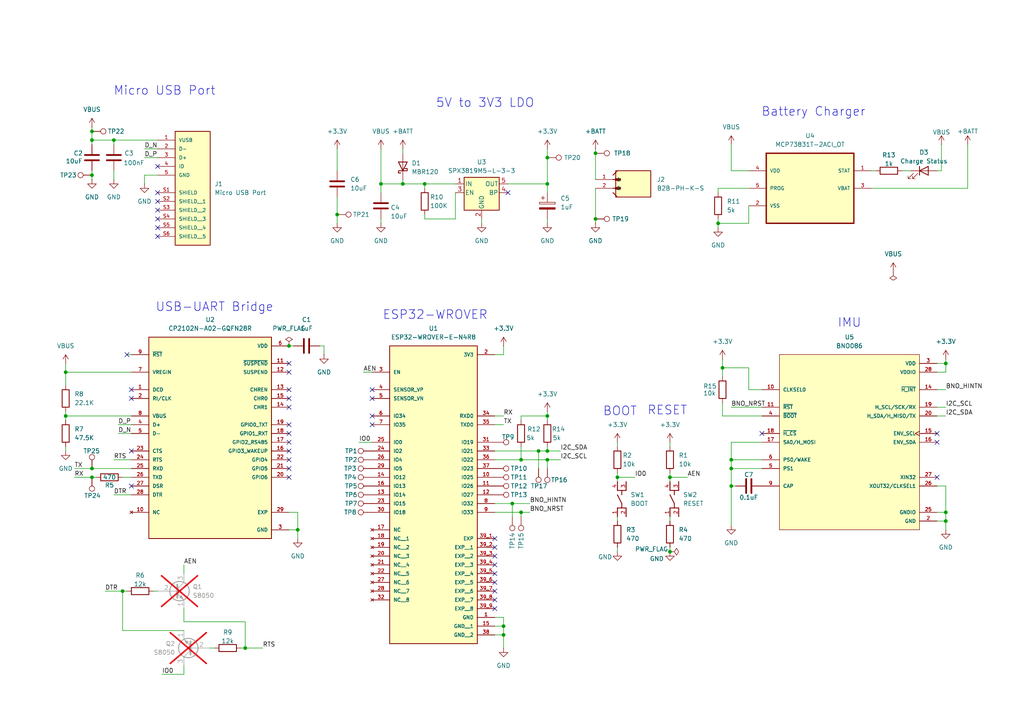
<source format=kicad_sch>
(kicad_sch (version 20250114) (generator "eeschema") (generator_version "9.0")
  (paper "A4")
  (lib_symbols
    (symbol "BNO086:BNO080" (pin_names (offset 1.016))
      (property "Reference" "U" (at -20.32 26.67 0))
      (property "Value" "BNO080" (at -20.32 -29.21 0))
      (symbol "BNO080_0_0"
        (pin input line (at -25.4 15.24 0) (length 5.08) (name "CLKSEL0") (number "10"))
        (pin input line (at -25.4 10.16 0) (length 5.08) (name "~{RST}") (number "11"))
        (pin input line (at -25.4 7.62 0) (length 5.08) (name "~{BOOT}") (number "4"))
        (pin input line (at -25.4 2.54 0) (length 5.08) (name "~{H_CS}") (number "18"))
        (pin input line (at -25.4 0 0) (length 5.08) (name "SA0/H_MOSI") (number "17"))
        (pin input line (at -25.4 -5.08 0) (length 5.08) (name "PS0/WAKE") (number "6"))
        (pin input line (at -25.4 -7.62 0) (length 5.08) (name "PS1") (number "5"))
        (pin passive line (at -25.4 -12.7 0) (length 5.08) (name "CAP") (number "9"))
        (pin power_in line (at 25.4 22.86 180) (length 5.08) (name "VDD") (number "3"))
        (pin power_in line (at 25.4 20.32 180) (length 5.08) (name "VDDIO") (number "28"))
        (pin output line (at 25.4 15.24 180) (length 5.08) (name "~{H_INT}") (number "14"))
        (pin bidirectional line (at 25.4 10.16 180) (length 5.08) (name "H_SCL/SCK/RX") (number "19"))
        (pin bidirectional line (at 25.4 7.62 180) (length 5.08) (name "H_SDA/H_MISO/TX") (number "20"))
        (pin bidirectional clock (at 25.4 2.54 180) (length 5.08) (name "ENV_SCL") (number "15"))
        (pin bidirectional line (at 25.4 0 180) (length 5.08) (name "ENV_SDA") (number "16"))
        (pin input line (at 25.4 -10.16 180) (length 5.08) (name "XIN32") (number "27"))
        (pin output line (at 25.4 -12.7 180) (length 5.08) (name "XOUT32/CLKSEL1") (number "26"))
        (pin power_in line (at 25.4 -20.32 180) (length 5.08) (name "GNDIO") (number "25"))
        (pin power_in line (at 25.4 -22.86 180) (length 5.08) (name "GND") (number "2"))
      )
    )
    (symbol "Battery_Conn:B2B-PH-K-S" (pin_names (offset 1.016))
      (property "Reference" "J" (at -5.58 5.08 0))
      (property "Value" "B2B-PH-K-S" (at -5.08 -5.08 0))
      (symbol "B2B-PH-K-S_0_0"
        (pin passive line (at -10.16 2.54 0) (length 5.08) (name "1") (number "1"))
        (pin passive line (at -10.16 0 0) (length 5.08) (name "2") (number "2"))
      )
    )
    (symbol "CP2102_28:CP2102N-A02-GQFN28R" (pin_names (offset 1.016))
      (property "Reference" "U" (at -17.78 28.702 0))
      (property "Value" "CP2102N-A02-GQFN28R" (at -17.78 -33.02 0))
      (symbol "CP2102N-A02-GQFN28R_0_0"
        (pin input line (at -22.86 22.86 0) (length 5.08) (name "~{RST}") (number "9"))
        (pin input line (at -22.86 17.78 0) (length 5.08) (name "VREGIN") (number "7"))
        (pin input line (at -22.86 12.7 0) (length 5.08) (name "DCD") (number "1"))
        (pin bidirectional line (at -22.86 10.16 0) (length 5.08) (name "RI/CLK") (number "2"))
        (pin input line (at -22.86 5.08 0) (length 5.08) (name "VBUS") (number "8"))
        (pin bidirectional line (at -22.86 2.54 0) (length 5.08) (name "D+") (number "4"))
        (pin bidirectional line (at -22.86 0 0) (length 5.08) (name "D-") (number "5"))
        (pin input line (at -22.86 -5.08 0) (length 5.08) (name "CTS") (number "23"))
        (pin output line (at -22.86 -7.62 0) (length 5.08) (name "RTS") (number "24"))
        (pin input line (at -22.86 -10.16 0) (length 5.08) (name "RXD") (number "25"))
        (pin output line (at -22.86 -12.7 0) (length 5.08) (name "TXD") (number "26"))
        (pin input line (at -22.86 -15.24 0) (length 5.08) (name "DSR") (number "27"))
        (pin output line (at -22.86 -17.78 0) (length 5.08) (name "DTR") (number "28"))
        (pin no_connect line (at -22.86 -22.86 0) (length 5.08) (name "NC") (number "10"))
        (pin power_in line (at 22.86 25.4 180) (length 5.08) (name "VDD") (number "6"))
        (pin output line (at 22.86 20.32 180) (length 5.08) (name "~{SUSPEND}") (number "11"))
        (pin output line (at 22.86 17.78 180) (length 5.08) (name "SUSPEND") (number "12"))
        (pin output line (at 22.86 12.7 180) (length 5.08) (name "CHREN") (number "13"))
        (pin output line (at 22.86 10.16 180) (length 5.08) (name "CHR0") (number "15"))
        (pin output line (at 22.86 7.62 180) (length 5.08) (name "CHR1") (number "14"))
        (pin bidirectional line (at 22.86 2.54 180) (length 5.08) (name "GPIO0_TXT") (number "19"))
        (pin bidirectional line (at 22.86 0 180) (length 5.08) (name "GPIO1_RXT") (number "18"))
        (pin bidirectional line (at 22.86 -2.54 180) (length 5.08) (name "GPIO2_RS485") (number "17"))
        (pin bidirectional line (at 22.86 -5.08 180) (length 5.08) (name "GPIO3_WAKEUP") (number "16"))
        (pin bidirectional line (at 22.86 -7.62 180) (length 5.08) (name "GPIO4") (number "22"))
        (pin bidirectional line (at 22.86 -10.16 180) (length 5.08) (name "GPIO5") (number "21"))
        (pin bidirectional line (at 22.86 -12.7 180) (length 5.08) (name "GPIO6") (number "20"))
        (pin power_in line (at 22.86 -22.86 180) (length 5.08) (name "EXP") (number "29"))
        (pin power_in line (at 22.86 -27.94 180) (length 5.08) (name "GND") (number "3"))
      )
    )
    (symbol "Connector:TestPoint" (pin_numbers (hide yes)) (pin_names (offset 0.762) (hide yes))
      (property "Reference" "TP" (at 0 6.858 0))
      (property "Value" "TestPoint" (at 0 5.08 0))
      (symbol "TestPoint_1_1"
        (pin passive line (at 0 0 90) (length 2.54) (name "1") (number "1"))
      )
    )
    (symbol "Device:C" (pin_numbers (hide yes)) (pin_names (offset 0.254))
      (property "Reference" "C" (at 0.635 2.54 0))
      (property "Value" "C" (at 0.635 -2.54 0))
      (symbol "C_1_1"
        (pin passive line (at 0 3.81 270) (length 2.794) (name "~") (number "1"))
        (pin passive line (at 0 -3.81 90) (length 2.794) (name "~") (number "2"))
      )
    )
    (symbol "Device:C_Polarized" (pin_numbers (hide yes)) (pin_names (offset 0.254))
      (property "Reference" "C" (at 0.635 2.54 0))
      (property "Value" "C_Polarized" (at 0.635 -2.54 0))
      (symbol "C_Polarized_1_1"
        (pin passive line (at 0 3.81 270) (length 2.794) (name "~") (number "1"))
        (pin passive line (at 0 -3.81 90) (length 2.794) (name "~") (number "2"))
      )
    )
    (symbol "Device:D_Schottky" (pin_numbers (hide yes)) (pin_names (offset 1.016) (hide yes))
      (property "Reference" "D" (at 0 2.54 0))
      (property "Value" "D_Schottky" (at 0 -2.54 0))
      (symbol "D_Schottky_1_1"
        (pin passive line (at -3.81 0 0) (length 2.54) (name "K") (number "1"))
        (pin passive line (at 3.81 0 180) (length 2.54) (name "A") (number "2"))
      )
    )
    (symbol "Device:LED" (pin_numbers (hide yes)) (pin_names (offset 1.016) (hide yes))
      (property "Reference" "D" (at 0 2.54 0))
      (property "Value" "LED" (at 0 -2.54 0))
      (symbol "LED_1_1"
        (pin passive line (at -3.81 0 0) (length 2.54) (name "K") (number "1"))
        (pin passive line (at 3.81 0 180) (length 2.54) (name "A") (number "2"))
      )
    )
    (symbol "Device:R" (pin_numbers (hide yes)) (pin_names (offset 0))
      (property "Reference" "R" (at 2.032 0 90))
      (property "Value" "R" (at 0 0 90))
      (symbol "R_1_1"
        (pin passive line (at 0 3.81 270) (length 1.27) (name "~") (number "1"))
        (pin passive line (at 0 -3.81 90) (length 1.27) (name "~") (number "2"))
      )
    )
    (symbol "ESP32-WROVER-E-N4R8:ESP32-WROVER-E-N4R8" (pin_names (offset 1.016))
      (property "Reference" "U" (at -12.7 30.988 0))
      (property "Value" "ESP32-WROVER-E-N4R8" (at -12.7 -58.42 0))
      (symbol "ESP32-WROVER-E-N4R8_0_0"
        (pin input line (at -17.78 22.86 0) (length 5.08) (name "EN") (number "3"))
        (pin input line (at -17.78 17.78 0) (length 5.08) (name "SENSOR_VP") (number "4"))
        (pin input line (at -17.78 15.24 0) (length 5.08) (name "SENSOR_VN") (number "5"))
        (pin input line (at -17.78 10.16 0) (length 5.08) (name "IO34") (number "6"))
        (pin input line (at -17.78 7.62 0) (length 5.08) (name "IO35") (number "7"))
        (pin bidirectional line (at -17.78 2.54 0) (length 5.08) (name "IO0") (number "25"))
        (pin bidirectional line (at -17.78 0 0) (length 5.08) (name "IO2") (number "24"))
        (pin bidirectional line (at -17.78 -2.54 0) (length 5.08) (name "IO4") (number "26"))
        (pin bidirectional line (at -17.78 -5.08 0) (length 5.08) (name "IO5") (number "29"))
        (pin bidirectional line (at -17.78 -7.62 0) (length 5.08) (name "IO12") (number "14"))
        (pin bidirectional line (at -17.78 -10.16 0) (length 5.08) (name "IO13") (number "16"))
        (pin bidirectional line (at -17.78 -12.7 0) (length 5.08) (name "IO14") (number "13"))
        (pin bidirectional line (at -17.78 -15.24 0) (length 5.08) (name "IO15") (number "23"))
        (pin bidirectional line (at -17.78 -17.78 0) (length 5.08) (name "IO18") (number "30"))
        (pin no_connect line (at -17.78 -22.86 0) (length 5.08) (name "NC") (number "17"))
        (pin no_connect line (at -17.78 -25.4 0) (length 5.08) (name "NC__1") (number "18"))
        (pin no_connect line (at -17.78 -27.94 0) (length 5.08) (name "NC__2") (number "19"))
        (pin no_connect line (at -17.78 -30.48 0) (length 5.08) (name "NC__3") (number "20"))
        (pin no_connect line (at -17.78 -33.02 0) (length 5.08) (name "NC__4") (number "21"))
        (pin no_connect line (at -17.78 -35.56 0) (length 5.08) (name "NC__5") (number "22"))
        (pin no_connect line (at -17.78 -38.1 0) (length 5.08) (name "NC__6") (number "27"))
        (pin no_connect line (at -17.78 -40.64 0) (length 5.08) (name "NC__7") (number "28"))
        (pin no_connect line (at -17.78 -43.18 0) (length 5.08) (name "NC__8") (number "32"))
        (pin power_in line (at 17.78 27.94 180) (length 5.08) (name "3V3") (number "2"))
        (pin bidirectional line (at 17.78 10.16 180) (length 5.08) (name "RXD0") (number "34"))
        (pin bidirectional line (at 17.78 7.62 180) (length 5.08) (name "TXD0") (number "35"))
        (pin bidirectional line (at 17.78 2.54 180) (length 5.08) (name "IO19") (number "31"))
        (pin bidirectional line (at 17.78 0 180) (length 5.08) (name "IO21") (number "33"))
        (pin bidirectional line (at 17.78 -2.54 180) (length 5.08) (name "IO22") (number "36"))
        (pin bidirectional line (at 17.78 -5.08 180) (length 5.08) (name "IO23") (number "37"))
        (pin bidirectional line (at 17.78 -7.62 180) (length 5.08) (name "IO25") (number "10"))
        (pin bidirectional line (at 17.78 -10.16 180) (length 5.08) (name "IO26") (number "11"))
        (pin bidirectional line (at 17.78 -12.7 180) (length 5.08) (name "IO27") (number "12"))
        (pin bidirectional line (at 17.78 -15.24 180) (length 5.08) (name "IO32") (number "8"))
        (pin bidirectional line (at 17.78 -17.78 180) (length 5.08) (name "IO33") (number "9"))
        (pin power_in line (at 17.78 -25.4 180) (length 5.08) (name "EXP") (number "39_1"))
        (pin power_in line (at 17.78 -27.94 180) (length 5.08) (name "EXP__1") (number "39_2"))
        (pin power_in line (at 17.78 -30.48 180) (length 5.08) (name "EXP__2") (number "39_3"))
        (pin power_in line (at 17.78 -33.02 180) (length 5.08) (name "EXP__3") (number "39_4"))
        (pin power_in line (at 17.78 -35.56 180) (length 5.08) (name "EXP__4") (number "39_5"))
        (pin power_in line (at 17.78 -38.1 180) (length 5.08) (name "EXP__5") (number "39_6"))
        (pin power_in line (at 17.78 -40.64 180) (length 5.08) (name "EXP__6") (number "39_7"))
        (pin power_in line (at 17.78 -43.18 180) (length 5.08) (name "EXP__7") (number "39_8"))
        (pin power_in line (at 17.78 -45.72 180) (length 5.08) (name "EXP__8") (number "39_9"))
        (pin power_in line (at 17.78 -48.26 180) (length 5.08) (name "GND") (number "1"))
        (pin power_in line (at 17.78 -50.8 180) (length 5.08) (name "GND__1") (number "15"))
        (pin power_in line (at 17.78 -53.34 180) (length 5.08) (name "GND__2") (number "38"))
      )
    )
    (symbol "MCP73831-2ACI_OT:MCP73831T-2ACI_OT" (pin_names (offset 1.016))
      (property "Reference" "U" (at -4.1227 10.0778 0))
      (property "Value" "MCP73831T-2ACI_OT" (at -5.9526 -17.1963 0))
      (symbol "MCP73831T-2ACI_OT_0_0"
        (pin power_in line (at -17.78 2.54 0) (length 5.08) (name "VDD") (number "4"))
        (pin input line (at -17.78 -2.54 0) (length 5.08) (name "PROG") (number "5"))
        (pin power_in line (at -17.78 -7.62 0) (length 5.08) (name "VSS") (number "2"))
        (pin output line (at 17.78 2.54 180) (length 5.08) (name "STAT") (number "1"))
        (pin output line (at 17.78 -2.54 180) (length 5.08) (name "VBAT") (number "3"))
      )
    )
    (symbol "PTS810_Btn:PTS810_SJM_250_SMTR_LFS" (pin_names (offset 1.016))
      (property "Reference" "SW" (at -3.81 1.27 0))
      (property "Value" "PTS810_SJM_250_SMTR_LFS" (at -5.08 -6.35 0))
      (symbol "PTS810_SJM_250_SMTR_LFS_0_0"
        (pin passive line (at -5.08 0 0) (length 2.54) (name "~") (number "1"))
        (pin passive line (at -5.08 -2.54 0) (length 2.54) (name "~") (number "2"))
        (pin passive line (at 5.08 0 180) (length 2.54) (name "~") (number "4"))
        (pin passive line (at 5.08 -2.54 180) (length 2.54) (name "~") (number "3"))
      )
    )
    (symbol "Regulator_Linear:SPX3819M5-L-3-3" (pin_names (offset 0.254))
      (property "Reference" "U" (at -3.81 5.715 0))
      (property "Value" "SPX3819M5-L-3-3" (at 0 5.715 0))
      (symbol "SPX3819M5-L-3-3_1_1"
        (pin power_in line (at -7.62 2.54 0) (length 2.54) (name "IN") (number "1"))
        (pin input line (at -7.62 0 0) (length 2.54) (name "EN") (number "3"))
        (pin power_in line (at 0 -7.62 90) (length 2.54) (name "GND") (number "2"))
        (pin power_out line (at 7.62 2.54 180) (length 2.54) (name "OUT") (number "5"))
        (pin input line (at 7.62 0 180) (length 2.54) (name "BP") (number "4"))
      )
    )
    (symbol "Transistor_BJT:S8050" (pin_names (offset 0) (hide yes))
      (property "Reference" "Q" (at 5.08 1.905 0))
      (property "Value" "S8050" (at 5.08 0 0))
      (symbol "S8050_1_1"
        (pin input line (at -5.08 0 0) (length 5.08) (name "B") (number "2"))
        (pin passive line (at 2.54 5.08 270) (length 2.54) (name "C") (number "3"))
        (pin passive line (at 2.54 -5.08 90) (length 2.54) (name "E") (number "1"))
      )
    )
    (symbol "USB2_B_Micro_:10118193-0001LF" (pin_names (offset 1.016))
      (property "Reference" "J" (at -5.0817 10.9286 0))
      (property "Value" "10118193-0001LF" (at -5.0819 -25.4097 0))
      (symbol "10118193-0001LF_0_0"
        (pin passive line (at -10.16 7.62 0) (length 5.08) (name "VUSB") (number "1"))
        (pin passive line (at -10.16 5.08 0) (length 5.08) (name "D-") (number "2"))
        (pin passive line (at -10.16 2.54 0) (length 5.08) (name "D+") (number "3"))
        (pin passive line (at -10.16 0 0) (length 5.08) (name "ID") (number "4"))
        (pin passive line (at -10.16 -2.54 0) (length 5.08) (name "GND") (number "5"))
        (pin passive line (at -10.16 -7.62 0) (length 5.08) (name "SHIELD") (number "S1"))
        (pin passive line (at -10.16 -10.16 0) (length 5.08) (name "SHIELD__1") (number "S2"))
        (pin passive line (at -10.16 -12.7 0) (length 5.08) (name "SHIELD__2") (number "S3"))
        (pin passive line (at -10.16 -15.24 0) (length 5.08) (name "SHIELD__3") (number "S4"))
        (pin passive line (at -10.16 -17.78 0) (length 5.08) (name "SHIELD__4") (number "S5"))
        (pin passive line (at -10.16 -20.32 0) (length 5.08) (name "SHIELD__5") (number "S6"))
      )
    )
    (symbol "power:+3.3V" (power) (pin_numbers (hide yes)) (pin_names (offset 0) (hide yes))
      (property "Value" "+3.3V" (at 0 3.556 0))
      (symbol "+3.3V_1_1"
        (pin power_in line (at 0 0 90) (length 0) (name "~") (number "1"))
      )
    )
    (symbol "power:+BATT" (power) (pin_numbers (hide yes)) (pin_names (offset 0) (hide yes))
      (property "Value" "+BATT" (at 0 3.556 0))
      (symbol "+BATT_1_1"
        (pin power_in line (at 0 0 90) (length 0) (name "~") (number "1"))
      )
    )
    (symbol "power:GND" (power) (pin_numbers (hide yes)) (pin_names (offset 0) (hide yes))
      (property "Value" "GND" (at 0 -3.81 0))
      (symbol "GND_1_1"
        (pin power_in line (at 0 0 270) (length 0) (name "~") (number "1"))
      )
    )
    (symbol "power:PWR_FLAG" (power) (pin_numbers (hide yes)) (pin_names (offset 0) (hide yes))
      (property "Value" "PWR_FLAG" (at 0 3.81 0))
      (symbol "PWR_FLAG_0_0"
        (pin power_out line (at 0 0 90) (length 0) (name "~") (number "1"))
      )
    )
    (symbol "power:VBUS" (power) (pin_numbers (hide yes)) (pin_names (offset 0) (hide yes))
      (property "Value" "VBUS" (at 0 3.556 0))
      (symbol "VBUS_1_1"
        (pin power_in line (at 0 0 90) (length 0) (name "~") (number "1"))
      )
    )
  )
  (text "USB-UART Bridge\n" (at 62.23 89.154 0) (effects (font (size 2.54 2.54))))
  (text "IMU\n" (at 246.38 93.726 0) (effects (font (size 2.54 2.54))))
  (text "Battery Charger\n" (at 235.966 32.512 0) (effects (font (size 2.54 2.54))))
  (text "Micro USB Port\n" (at 47.752 26.416 0) (effects (font (size 2.54 2.54))))
  (text "ESP32-WROVER\n" (at 126.238 91.44 0) (effects (font (size 2.54 2.54))))
  (text "RESET\n" (at 193.548 119.126 0) (effects (font (size 2.54 2.54))))
  (text "5V to 3V3 LDO\n\n" (at 140.716 32.004 0) (effects (font (size 2.54 2.54))))
  (text "BOOT" (at 179.832 119.38 0) (effects (font (size 2.54 2.54))))
  (junction (at 26.67 38.1))
  (junction (at 146.05 181.61))
  (junction (at 123.19 53.34))
  (junction (at 97.79 62.23))
  (junction (at 19.05 120.65))
  (junction (at 33.02 40.64))
  (junction (at 26.67 135.89))
  (junction (at 209.55 106.68))
  (junction (at 158.75 133.35))
  (junction (at 151.13 148.59))
  (junction (at 158.75 130.81))
  (junction (at 110.49 53.34))
  (junction (at 26.67 50.8))
  (junction (at 83.82 100.33))
  (junction (at 156.21 130.81))
  (junction (at 158.75 120.65))
  (junction (at 71.12 187.96))
  (junction (at 158.75 53.34))
  (junction (at 35.56 171.45))
  (junction (at 151.13 133.35))
  (junction (at 148.59 146.05))
  (junction (at 274.32 148.59))
  (junction (at 212.09 140.97))
  (junction (at 172.72 63.5))
  (junction (at 208.28 64.77))
  (junction (at 194.31 160.02))
  (junction (at 146.05 184.15))
  (junction (at 26.67 138.43))
  (junction (at 179.07 138.43))
  (junction (at 212.09 133.35))
  (junction (at 212.09 135.89))
  (junction (at 19.05 107.95))
  (junction (at 116.84 53.34))
  (junction (at 274.32 105.41))
  (junction (at 172.72 44.45))
  (junction (at 86.36 153.67))
  (junction (at 194.31 138.43))
  (junction (at 274.32 151.13))
  (junction (at 158.75 45.72))
  (junction (at 26.67 40.64))
  (no_connect (at 83.82 123.19))
  (no_connect (at 107.95 115.57))
  (no_connect (at 83.82 107.95))
  (no_connect (at 83.82 128.27))
  (no_connect (at 38.1 140.97))
  (no_connect (at 45.72 55.88))
  (no_connect (at 220.98 125.73))
  (no_connect (at 45.72 66.04))
  (no_connect (at 83.82 105.41))
  (no_connect (at 143.51 166.37))
  (no_connect (at 271.78 128.27))
  (no_connect (at 143.51 171.45))
  (no_connect (at 83.82 133.35))
  (no_connect (at 271.78 125.73))
  (no_connect (at 36.83 102.87))
  (no_connect (at 83.82 118.11))
  (no_connect (at 143.51 158.75))
  (no_connect (at 143.51 156.21))
  (no_connect (at 271.78 138.43))
  (no_connect (at 45.72 63.5))
  (no_connect (at 147.32 55.88))
  (no_connect (at 107.95 120.65))
  (no_connect (at 38.1 130.81))
  (no_connect (at 83.82 115.57))
  (no_connect (at 143.51 163.83))
  (no_connect (at 107.95 113.03))
  (no_connect (at 45.72 68.58))
  (no_connect (at 83.82 138.43))
  (no_connect (at 143.51 176.53))
  (no_connect (at 45.72 48.26))
  (no_connect (at 107.95 123.19))
  (no_connect (at 83.82 130.81))
  (no_connect (at 38.1 115.57))
  (no_connect (at 143.51 168.91))
  (no_connect (at 38.1 113.03))
  (no_connect (at 45.72 58.42))
  (no_connect (at 83.82 125.73))
  (no_connect (at 83.82 135.89))
  (no_connect (at 143.51 173.99))
  (no_connect (at 45.72 60.96))
  (no_connect (at 83.82 113.03))
  (no_connect (at 143.51 161.29))
  (wire (pts (xy 194.31 158.75) (xy 194.31 160.02)))
  (wire (pts (xy 151.13 120.65) (xy 158.75 120.65)))
  (wire (pts (xy 35.56 182.88) (xy 35.56 171.45)))
  (wire (pts (xy 44.45 171.45) (xy 45.72 171.45)))
  (wire (pts (xy 158.75 45.72) (xy 158.75 43.18)))
  (wire (pts (xy 172.72 54.61) (xy 172.72 63.5)))
  (wire (pts (xy 105.41 107.95) (xy 107.95 107.95)))
  (wire (pts (xy 271.78 105.41) (xy 274.32 105.41)))
  (wire (pts (xy 172.72 43.18) (xy 172.72 44.45)))
  (wire (pts (xy 143.51 148.59) (xy 151.13 148.59)))
  (wire (pts (xy 158.75 133.35) (xy 162.56 133.35)))
  (wire (pts (xy 93.98 100.33) (xy 93.98 102.87)))
  (wire (pts (xy 83.82 148.59) (xy 86.36 148.59)))
  (wire (pts (xy 280.67 41.91) (xy 280.67 54.61)))
  (wire (pts (xy 19.05 105.41) (xy 19.05 107.95)))
  (wire (pts (xy 104.14 128.27) (xy 107.95 128.27)))
  (wire (pts (xy 217.17 113.03) (xy 217.17 106.68)))
  (wire (pts (xy 271.78 118.11) (xy 274.32 118.11)))
  (wire (pts (xy 26.67 40.64) (xy 26.67 41.91)))
  (wire (pts (xy 143.51 123.19) (xy 146.05 123.19)))
  (wire (pts (xy 217.17 113.03) (xy 220.98 113.03)))
  (wire (pts (xy 271.78 140.97) (xy 274.32 140.97)))
  (wire (pts (xy 274.32 104.14) (xy 274.32 105.41)))
  (wire (pts (xy 146.05 184.15) (xy 146.05 187.96)))
  (wire (pts (xy 151.13 129.54) (xy 151.13 133.35)))
  (wire (pts (xy 212.09 128.27) (xy 212.09 133.35)))
  (wire (pts (xy 86.36 153.67) (xy 86.36 156.21)))
  (wire (pts (xy 26.67 50.8) (xy 26.67 49.53)))
  (wire (pts (xy 158.75 135.89) (xy 158.75 133.35)))
  (wire (pts (xy 209.55 106.68) (xy 209.55 104.14)))
  (wire (pts (xy 209.55 109.22) (xy 209.55 106.68)))
  (wire (pts (xy 274.32 140.97) (xy 274.32 148.59)))
  (wire (pts (xy 172.72 44.45) (xy 172.72 52.07)))
  (wire (pts (xy 33.02 143.51) (xy 38.1 143.51)))
  (wire (pts (xy 116.84 53.34) (xy 123.19 53.34)))
  (wire (pts (xy 36.83 171.45) (xy 35.56 171.45)))
  (wire (pts (xy 53.34 163.83) (xy 53.34 166.37)))
  (wire (pts (xy 93.98 100.33) (xy 92.71 100.33)))
  (wire (pts (xy 143.51 130.81) (xy 156.21 130.81)))
  (wire (pts (xy 97.79 57.15) (xy 97.79 62.23)))
  (wire (pts (xy 271.78 148.59) (xy 274.32 148.59)))
  (wire (pts (xy 179.07 128.27) (xy 179.07 129.54)))
  (wire (pts (xy 158.75 53.34) (xy 158.75 55.88)))
  (wire (pts (xy 33.02 40.64) (xy 45.72 40.64)))
  (wire (pts (xy 212.09 49.53) (xy 217.17 49.53)))
  (wire (pts (xy 33.02 52.07) (xy 33.02 49.53)))
  (wire (pts (xy 179.07 158.75) (xy 179.07 160.02)))
  (wire (pts (xy 86.36 148.59) (xy 86.36 153.67)))
  (wire (pts (xy 212.09 49.53) (xy 212.09 41.91)))
  (wire (pts (xy 83.82 100.33) (xy 85.09 100.33)))
  (wire (pts (xy 147.32 53.34) (xy 158.75 53.34)))
  (wire (pts (xy 71.12 187.96) (xy 71.12 180.34)))
  (wire (pts (xy 151.13 149.86) (xy 151.13 148.59)))
  (wire (pts (xy 132.08 63.5) (xy 132.08 55.88)))
  (wire (pts (xy 194.31 138.43) (xy 199.39 138.43)))
  (wire (pts (xy 33.02 40.64) (xy 33.02 41.91)))
  (wire (pts (xy 21.59 135.89) (xy 26.67 135.89)))
  (wire (pts (xy 97.79 43.18) (xy 97.79 49.53)))
  (wire (pts (xy 146.05 181.61) (xy 146.05 184.15)))
  (wire (pts (xy 71.12 180.34) (xy 53.34 180.34)))
  (wire (pts (xy 110.49 53.34) (xy 110.49 55.88)))
  (wire (pts (xy 194.31 137.16) (xy 194.31 138.43)))
  (wire (pts (xy 217.17 54.61) (xy 208.28 54.61)))
  (wire (pts (xy 97.79 62.23) (xy 97.79 64.77)))
  (wire (pts (xy 158.75 130.81) (xy 162.56 130.81)))
  (wire (pts (xy 212.09 118.11) (xy 220.98 118.11)))
  (wire (pts (xy 53.34 193.04) (xy 53.34 195.58)))
  (wire (pts (xy 34.29 123.19) (xy 38.1 123.19)))
  (wire (pts (xy 146.05 102.87) (xy 146.05 100.33)))
  (wire (pts (xy 33.02 133.35) (xy 38.1 133.35)))
  (wire (pts (xy 123.19 63.5) (xy 123.19 62.23)))
  (wire (pts (xy 151.13 148.59) (xy 153.67 148.59)))
  (wire (pts (xy 53.34 182.88) (xy 35.56 182.88)))
  (wire (pts (xy 143.51 102.87) (xy 146.05 102.87)))
  (wire (pts (xy 274.32 148.59) (xy 274.32 151.13)))
  (wire (pts (xy 26.67 40.64) (xy 33.02 40.64)))
  (wire (pts (xy 271.78 151.13) (xy 274.32 151.13)))
  (wire (pts (xy 208.28 54.61) (xy 208.28 55.88)))
  (wire (pts (xy 194.31 149.86) (xy 194.31 151.13)))
  (wire (pts (xy 217.17 64.77) (xy 208.28 64.77)))
  (wire (pts (xy 220.98 133.35) (xy 212.09 133.35)))
  (wire (pts (xy 46.99 195.58) (xy 53.34 195.58)))
  (wire (pts (xy 151.13 120.65) (xy 151.13 121.92)))
  (wire (pts (xy 194.31 128.27) (xy 194.31 129.54)))
  (wire (pts (xy 148.59 146.05) (xy 148.59 149.86)))
  (wire (pts (xy 179.07 149.86) (xy 179.07 151.13)))
  (wire (pts (xy 148.59 146.05) (xy 153.67 146.05)))
  (wire (pts (xy 208.28 63.5) (xy 208.28 64.77)))
  (wire (pts (xy 179.07 138.43) (xy 179.07 139.7)))
  (wire (pts (xy 209.55 106.68) (xy 217.17 106.68)))
  (wire (pts (xy 179.07 137.16) (xy 179.07 138.43)))
  (wire (pts (xy 143.51 146.05) (xy 148.59 146.05)))
  (wire (pts (xy 271.78 113.03) (xy 274.32 113.03)))
  (wire (pts (xy 220.98 120.65) (xy 209.55 120.65)))
  (wire (pts (xy 273.05 41.91) (xy 273.05 49.53)))
  (wire (pts (xy 209.55 116.84) (xy 209.55 120.65)))
  (wire (pts (xy 143.51 120.65) (xy 146.05 120.65)))
  (wire (pts (xy 21.59 138.43) (xy 26.67 138.43)))
  (wire (pts (xy 36.83 102.87) (xy 38.1 102.87)))
  (wire (pts (xy 261.62 49.53) (xy 264.16 49.53)))
  (wire (pts (xy 143.51 181.61) (xy 146.05 181.61)))
  (wire (pts (xy 271.78 107.95) (xy 274.32 107.95)))
  (wire (pts (xy 194.31 138.43) (xy 194.31 139.7)))
  (wire (pts (xy 26.67 138.43) (xy 27.94 138.43)))
  (wire (pts (xy 34.29 125.73) (xy 38.1 125.73)))
  (wire (pts (xy 158.75 119.38) (xy 158.75 120.65)))
  (wire (pts (xy 30.48 171.45) (xy 35.56 171.45)))
  (wire (pts (xy 212.09 133.35) (xy 212.09 135.89)))
  (wire (pts (xy 212.09 135.89) (xy 220.98 135.89)))
  (wire (pts (xy 116.84 52.07) (xy 116.84 53.34)))
  (wire (pts (xy 212.09 140.97) (xy 212.09 152.4)))
  (wire (pts (xy 143.51 133.35) (xy 151.13 133.35)))
  (wire (pts (xy 217.17 59.69) (xy 217.17 64.77)))
  (wire (pts (xy 158.75 63.5) (xy 158.75 64.77)))
  (wire (pts (xy 19.05 107.95) (xy 38.1 107.95)))
  (wire (pts (xy 26.67 40.64) (xy 26.67 38.1)))
  (wire (pts (xy 123.19 53.34) (xy 123.19 54.61)))
  (wire (pts (xy 19.05 107.95) (xy 19.05 111.76)))
  (wire (pts (xy 172.72 63.5) (xy 172.72 64.77)))
  (wire (pts (xy 26.67 135.89) (xy 38.1 135.89)))
  (wire (pts (xy 273.05 49.53) (xy 271.78 49.53)))
  (wire (pts (xy 19.05 120.65) (xy 19.05 121.92)))
  (wire (pts (xy 143.51 179.07) (xy 146.05 179.07)))
  (wire (pts (xy 110.49 63.5) (xy 110.49 64.77)))
  (wire (pts (xy 19.05 119.38) (xy 19.05 120.65)))
  (wire (pts (xy 139.7 64.77) (xy 139.7 63.5)))
  (wire (pts (xy 208.28 66.04) (xy 208.28 64.77)))
  (wire (pts (xy 71.12 187.96) (xy 76.2 187.96)))
  (wire (pts (xy 26.67 52.07) (xy 26.67 50.8)))
  (wire (pts (xy 26.67 38.1) (xy 26.67 36.83)))
  (wire (pts (xy 212.09 140.97) (xy 213.36 140.97)))
  (wire (pts (xy 158.75 129.54) (xy 158.75 130.81)))
  (wire (pts (xy 41.91 45.72) (xy 45.72 45.72)))
  (wire (pts (xy 116.84 43.18) (xy 116.84 44.45)))
  (wire (pts (xy 146.05 179.07) (xy 146.05 181.61)))
  (wire (pts (xy 110.49 53.34) (xy 116.84 53.34)))
  (wire (pts (xy 274.32 151.13) (xy 274.32 153.67)))
  (wire (pts (xy 19.05 129.54) (xy 19.05 130.81)))
  (wire (pts (xy 252.73 54.61) (xy 280.67 54.61)))
  (wire (pts (xy 158.75 120.65) (xy 158.75 121.92)))
  (wire (pts (xy 110.49 43.18) (xy 110.49 53.34)))
  (wire (pts (xy 45.72 50.8) (xy 41.91 50.8)))
  (wire (pts (xy 151.13 133.35) (xy 158.75 133.35)))
  (wire (pts (xy 69.85 187.96) (xy 71.12 187.96)))
  (wire (pts (xy 123.19 63.5) (xy 132.08 63.5)))
  (wire (pts (xy 41.91 43.18) (xy 45.72 43.18)))
  (wire (pts (xy 254 49.53) (xy 252.73 49.53)))
  (wire (pts (xy 53.34 180.34) (xy 53.34 176.53)))
  (wire (pts (xy 212.09 135.89) (xy 212.09 140.97)))
  (wire (pts (xy 41.91 50.8) (xy 41.91 53.34)))
  (wire (pts (xy 123.19 53.34) (xy 132.08 53.34)))
  (wire (pts (xy 143.51 184.15) (xy 146.05 184.15)))
  (wire (pts (xy 156.21 130.81) (xy 158.75 130.81)))
  (wire (pts (xy 83.82 153.67) (xy 86.36 153.67)))
  (wire (pts (xy 38.1 120.65) (xy 19.05 120.65)))
  (wire (pts (xy 271.78 120.65) (xy 274.32 120.65)))
  (wire (pts (xy 274.32 105.41) (xy 274.32 107.95)))
  (wire (pts (xy 220.98 128.27) (xy 212.09 128.27)))
  (wire (pts (xy 179.07 138.43) (xy 184.15 138.43)))
  (wire (pts (xy 60.96 187.96) (xy 62.23 187.96)))
  (wire (pts (xy 156.21 130.81) (xy 156.21 135.89)))
  (wire (pts (xy 35.56 138.43) (xy 38.1 138.43)))
  (wire (pts (xy 158.75 53.34) (xy 158.75 45.72)))
  (label "IO0" (at 46.99 195.58 0))
  (label "AEN" (at 53.34 163.83 0))
  (label "BNO_HINTN" (at 274.32 113.03 0))
  (label "TX" (at 21.59 135.89 0))
  (label "BNO_NRST" (at 212.09 118.11 0))
  (label "AEN" (at 199.39 138.43 0))
  (label "IO0" (at 104.14 128.27 0))
  (label "D_N" (at 34.29 125.73 0))
  (label "BNO_HINTN" (at 153.67 146.05 0))
  (label "DTR" (at 33.02 143.51 0))
  (label "DTR" (at 30.48 171.45 0))
  (label "I2C_SDA" (at 274.32 120.65 0))
  (label "I2C_SCL" (at 162.56 133.35 0))
  (label "D_P" (at 34.29 123.19 0))
  (label "TX" (at 146.05 123.19 0))
  (label "I2C_SCL" (at 274.32 118.11 0))
  (label "AEN" (at 105.41 107.95 0))
  (label "I2C_SDA" (at 162.56 130.81 0))
  (label "RX" (at 146.05 120.65 0))
  (label "RX" (at 21.59 138.43 0))
  (label "D_P" (at 41.91 45.72 0))
  (label "BNO_NRST" (at 153.67 148.59 0))
  (label "RTS" (at 76.2 187.96 0))
  (label "RTS" (at 33.02 133.35 0))
  (label "IO0" (at 184.15 138.43 0))
  (label "D_N" (at 41.91 43.18 0))
  (symbol (lib_id "Connector:TestPoint") (at 143.51 140.97 270) (unit 1)
    (property "Reference" "TP12" (at 148.082 140.97 90) (effects (justify left)))
    (property "Value" "TestPoint" (effects (hide yes)))
    (property "Description" "test point" (effects (hide yes)))
  )
  (symbol (lib_id "power:+3.3V") (at 146.05 100.33 0) (unit 1)
    (property "Reference" "#PWR07" (effects (hide yes)))
    (property "Value" "+3.3V" (at 146.05 95.25 0))
    (property "Description" "Power symbol creates a global label with name \"+3.3V\"" (effects (hide yes)))
  )
  (symbol (lib_id "Device:R") (at 194.31 154.94 0) (unit 1)
    (property "Reference" "R4" (at 196.85 153.6699 0) (effects (justify left)))
    (property "Value" "470" (at 196.85 156.2099 0) (effects (justify left)))
    (property "Description" "Resistor" (effects (hide yes)))
  )
  (symbol (lib_id "Device:R") (at 123.19 58.42 0) (unit 1)
    (property "Reference" "R10" (at 124.714 57.15 0) (effects (justify left)))
    (property "Value" "100K" (at 124.714 59.69 0) (effects (justify left)))
    (property "Description" "Resistor" (effects (hide yes)))
  )
  (symbol (lib_id "Device:LED") (at 267.97 49.53 0) (unit 1)
    (property "Reference" "D3" (at 267.97 44.196 0))
    (property "Value" "Charge Status" (at 267.97 46.736 0))
    (property "Description" "Light emitting diode" (effects (hide yes)))
  )
  (symbol (lib_id "Connector:TestPoint") (at 26.67 38.1 270) (unit 1)
    (property "Reference" "TP22" (at 31.242 38.1 90) (effects (justify left)))
    (property "Value" "TestPoint" (effects (hide yes)))
    (property "Description" "test point" (effects (hide yes)))
  )
  (symbol (lib_id "Connector:TestPoint") (at 151.13 149.86 180) (unit 1)
    (property "Reference" "TP15" (at 151.13 154.432 90) (effects (justify left)))
    (property "Value" "TestPoint" (effects (hide yes)))
    (property "Description" "test point" (effects (hide yes)))
  )
  (symbol (lib_id "Connector:TestPoint") (at 158.75 135.89 180) (unit 1)
    (property "Reference" "TP16" (at 159.766 139.192 0) (effects (justify right)))
    (property "Value" "TestPoint" (effects (hide yes)))
    (property "Description" "test point" (effects (hide yes)))
  )
  (symbol (lib_id "Device:R") (at 151.13 125.73 0) (unit 1)
    (property "Reference" "R12" (at 152.908 124.46 0) (effects (justify left)))
    (property "Value" "5k" (at 152.654 127 0) (effects (justify left)))
    (property "Description" "Resistor" (effects (hide yes)))
  )
  (symbol (lib_id "Device:R") (at 257.81 49.53 90) (unit 1)
    (property "Reference" "R13" (at 257.81 44.958 90))
    (property "Value" "1k" (at 257.81 47.498 90))
    (property "Description" "Resistor" (effects (hide yes)))
  )
  (symbol (lib_id "Transistor_BJT:S8050") (at 55.88 187.96 180) (unit 1) (dnp yes)
    (property "Reference" "Q2" (at 50.8 186.6899 0) (effects (justify left)))
    (property "Value" "S8050" (at 50.8 189.2299 0) (effects (justify left)))
    (property "Footprint" "Package_TO_SOT_THT:TO-92_Inline" (effects (hide yes)))
    (property "Datasheet" "http://www.unisonic.com.tw/datasheet/S8050.pdf" (effects (hide yes)))
    (property "Description" "0.7A Ic, 20V Vce, Low Voltage High Current NPN Transistor, TO-92" (effects (hide yes)))
  )
  (symbol (lib_id "power:GND") (at 172.72 64.77 0) (unit 1)
    (property "Reference" "#PWR023" (effects (hide yes)))
    (property "Value" "GND" (at 172.72 69.85 0))
    (property "Description" "Power symbol creates a global label with name \"GND\" , ground" (effects (hide yes)))
  )
  (symbol (lib_id "Device:R") (at 66.04 187.96 90) (unit 1)
    (property "Reference" "R9" (at 66.04 183.388 90))
    (property "Value" "12k" (at 66.04 185.928 90))
    (property "Description" "Resistor" (effects (hide yes)))
  )
  (symbol (lib_id "Connector:TestPoint") (at 143.51 143.51 270) (unit 1)
    (property "Reference" "TP13" (at 148.082 143.51 90) (effects (justify left)))
    (property "Value" "TestPoint" (effects (hide yes)))
    (property "Description" "test point" (effects (hide yes)))
  )
  (symbol (lib_id "Connector:TestPoint") (at 107.95 143.51 90) (unit 1)
    (property "Reference" "TP6" (at 101.854 143.51 90))
    (property "Value" "TestPoint" (effects (hide yes)))
    (property "Description" "test point" (effects (hide yes)))
  )
  (symbol (lib_id "power:GND") (at 194.31 160.02 0) (unit 1)
    (property "Reference" "#PWR01" (effects (hide yes)))
    (property "Value" "GND" (at 190.5 162.052 0))
    (property "Description" "Power symbol creates a global label with name \"GND\" , ground" (effects (hide yes)))
  )
  (symbol (lib_id "Device:C") (at 26.67 45.72 0) (unit 1)
    (property "Reference" "C2" (at 21.336 44.45 0) (effects (justify left)))
    (property "Value" "10uF" (at 19.05 46.736 0) (effects (justify left)))
    (property "Description" "Unpolarized capacitor" (effects (hide yes)))
  )
  (symbol (lib_id "MCP73831-2ACI_OT:MCP73831T-2ACI_OT") (at 234.95 52.07 0) (unit 1)
    (property "Reference" "U4" (at 234.95 39.37 0))
    (property "Value" "MCP73831T-2ACI_OT" (at 234.95 41.91 0))
    (property "Footprint" "MCP73831T-2ACI_OT:SOT95P280X145-5N" (effects (hide yes)))
    (property "MPN" "MCP73831T-2ACI/OT" (effects (hide yes)))
    (property "OC_FARNELL" "1332158" (effects (hide yes)))
    (property "OC_NEWARK" "56K7045" (effects (hide yes)))
    (property "SUPPLIER" "Microchip" (effects (hide yes)))
    (property "PACKAGE" "SOT-5" (effects (hide yes)))
  )
  (symbol (lib_id "Connector:TestPoint") (at 107.95 133.35 90) (unit 1)
    (property "Reference" "TP2" (at 101.854 133.35 90))
    (property "Value" "TestPoint" (effects (hide yes)))
    (property "Description" "test point" (effects (hide yes)))
  )
  (symbol (lib_id "Connector:TestPoint") (at 172.72 63.5 270) (unit 1)
    (property "Reference" "TP19" (at 177.546 63.5 90) (effects (justify left)))
    (property "Value" "TestPoint" (effects (hide yes)))
    (property "Description" "test point" (effects (hide yes)))
  )
  (symbol (lib_id "power:+BATT") (at 280.67 41.91 0) (unit 1)
    (property "Reference" "#PWR032" (effects (hide yes)))
    (property "Value" "+BATT" (at 280.67 38.1 0))
    (property "Description" "Power symbol creates a global label with name \"+BATT\"" (effects (hide yes)))
  )
  (symbol (lib_id "power:GND") (at 179.07 160.02 0) (unit 1)
    (property "Reference" "#PWR04" (effects (hide yes)))
    (property "Value" "GND" (at 175.514 161.544 0))
    (property "Description" "Power symbol creates a global label with name \"GND\" , ground" (effects (hide yes)))
  )
  (symbol (lib_id "Device:R") (at 208.28 59.69 0) (unit 1)
    (property "Reference" "R11" (at 210.82 58.4199 0) (effects (justify left)))
    (property "Value" "5k" (at 210.82 60.9599 0) (effects (justify left)))
    (property "Description" "Resistor" (effects (hide yes)))
  )
  (symbol (lib_id "power:+BATT") (at 116.84 43.18 0) (unit 1)
    (property "Reference" "#PWR016" (effects (hide yes)))
    (property "Value" "+BATT" (at 116.84 38.1 0))
    (property "Description" "Power symbol creates a global label with name \"+BATT\"" (effects (hide yes)))
  )
  (symbol (lib_id "power:VBUS") (at 19.05 105.41 0) (unit 1)
    (property "Reference" "#PWR010" (effects (hide yes)))
    (property "Value" "VBUS" (at 19.05 100.33 0))
    (property "Description" "Power symbol creates a global label with name \"VBUS\"" (effects (hide yes)))
  )
  (symbol (lib_id "Device:R") (at 194.31 133.35 0) (unit 1)
    (property "Reference" "R1" (at 196.85 132.0799 0) (effects (justify left)))
    (property "Value" "10k" (at 196.85 134.6199 0) (effects (justify left)))
    (property "Description" "Resistor" (effects (hide yes)))
  )
  (symbol (lib_id "Connector:TestPoint") (at 97.79 62.23 270) (unit 1)
    (property "Reference" "TP21" (at 102.362 62.23 90) (effects (justify left)))
    (property "Value" "TestPoint" (effects (hide yes)))
    (property "Description" "test point" (effects (hide yes)))
  )
  (symbol (lib_id "Connector:TestPoint") (at 156.21 135.89 180) (unit 1)
    (property "Reference" "TP17" (at 153.924 140.97 0) (effects (justify right)))
    (property "Value" "TestPoint" (effects (hide yes)))
    (property "Description" "test point" (effects (hide yes)))
  )
  (symbol (lib_id "power:GND") (at 139.7 64.77 0) (unit 1)
    (property "Reference" "#PWR018" (effects (hide yes)))
    (property "Value" "GND" (at 139.7 69.85 0))
    (property "Description" "Power symbol creates a global label with name \"GND\" , ground" (effects (hide yes)))
  )
  (symbol (lib_id "Device:C") (at 110.49 59.69 0) (unit 1)
    (property "Reference" "C4" (at 113.284 60.198 0) (effects (justify left)))
    (property "Value" "10uF" (at 113.284 62.738 0) (effects (justify left)))
    (property "Description" "Unpolarized capacitor" (effects (hide yes)))
  )
  (symbol (lib_id "power:GND") (at 212.09 152.4 0) (unit 1)
    (property "Reference" "#PWR030" (effects (hide yes)))
    (property "Value" "GND" (at 212.09 157.48 0))
    (property "Description" "Power symbol creates a global label with name \"GND\" , ground" (effects (hide yes)))
  )
  (symbol (lib_id "power:PWR_FLAG") (at 259.08 78.74 180) (unit 1)
    (property "Reference" "#FLG02" (effects (hide yes)))
    (property "Value" "PWR_FLAG" (effects (hide yes)))
    (property "Description" "Special symbol for telling ERC where power comes from" (effects (hide yes)))
  )
  (symbol (lib_id "Device:D_Schottky") (at 116.84 48.26 90) (unit 1)
    (property "Reference" "D1" (at 119.38 47.3074 90) (effects (justify right)))
    (property "Value" "MBR120" (at 119.38 49.8474 90) (effects (justify right)))
    (property "Description" "Schottky diode" (effects (hide yes)))
  )
  (symbol (lib_id "power:GND") (at 208.28 66.04 0) (unit 1)
    (property "Reference" "#PWR028" (effects (hide yes)))
    (property "Value" "GND" (at 208.28 71.12 0))
    (property "Description" "Power symbol creates a global label with name \"GND\" , ground" (effects (hide yes)))
  )
  (symbol (lib_id "Connector:TestPoint") (at 172.72 44.45 270) (unit 1)
    (property "Reference" "TP18" (at 178.054 44.45 90) (effects (justify left)))
    (property "Value" "TestPoint" (effects (hide yes)))
    (property "Description" "test point" (effects (hide yes)))
  )
  (symbol (lib_id "power:+3.3V") (at 158.75 119.38 0) (unit 1)
    (property "Reference" "#PWR035" (effects (hide yes)))
    (property "Value" "+3.3V" (at 158.75 114.3 0))
    (property "Description" "Power symbol creates a global label with name \"+3.3V\"" (effects (hide yes)))
  )
  (symbol (lib_id "Device:R") (at 40.64 171.45 90) (unit 1)
    (property "Reference" "R6" (at 40.64 166.878 90))
    (property "Value" "12k" (at 40.64 169.418 90))
    (property "Description" "Resistor" (effects (hide yes)))
  )
  (symbol (lib_id "power:+BATT") (at 172.72 43.18 0) (unit 1)
    (property "Reference" "#PWR022" (effects (hide yes)))
    (property "Value" "+BATT" (at 172.72 38.1 0))
    (property "Description" "Power symbol creates a global label with name \"+BATT\"" (effects (hide yes)))
  )
  (symbol (lib_id "BNO086:BNO080") (at 246.38 128.27 0) (unit 1)
    (property "Reference" "U5" (at 246.38 97.79 0))
    (property "Value" "BNO086" (at 246.38 100.33 0))
    (property "Footprint" "BNO080:IC_BNO080" (effects (hide yes)))
    (property "PARTREV" "1.6" (effects (hide yes)))
    (property "MANUFACTURER" "Hillcrest Laboratories, Inc." (effects (hide yes)))
    (property "MAXIMUM_PACKAGE_HEIGHT" "1.180 mm" (effects (hide yes)))
    (property "STANDARD" "Manufacturer Recommendations" (effects (hide yes)))
  )
  (symbol (lib_id "Device:C_Polarized") (at 158.75 59.69 0) (unit 1)
    (property "Reference" "C5" (at 162.56 57.5309 0) (effects (justify left)))
    (property "Value" "1uF" (at 162.56 60.0709 0) (effects (justify left)))
    (property "Description" "Polarized capacitor" (effects (hide yes)))
  )
  (symbol (lib_id "power:+3.3V") (at 179.07 128.27 0) (unit 1)
    (property "Reference" "#PWR03" (effects (hide yes)))
    (property "Value" "+3.3V" (at 179.07 123.19 0))
    (property "Description" "Power symbol creates a global label with name \"+3.3V\"" (effects (hide yes)))
  )
  (symbol (lib_id "power:GND") (at 86.36 156.21 0) (unit 1)
    (property "Reference" "#PWR012" (effects (hide yes)))
    (property "Value" "GND" (at 86.36 161.29 0))
    (property "Description" "Power symbol creates a global label with name \"GND\" , ground" (effects (hide yes)))
  )
  (symbol (lib_id "Transistor_BJT:S8050") (at 50.8 171.45 0) (unit 1) (dnp yes)
    (property "Reference" "Q1" (at 55.88 170.1799 0) (effects (justify left)))
    (property "Value" "S8050" (at 55.88 172.7199 0) (effects (justify left)))
    (property "Footprint" "Package_TO_SOT_THT:TO-92_Inline" (effects (hide yes)))
    (property "Datasheet" "http://www.unisonic.com.tw/datasheet/S8050.pdf" (effects (hide yes)))
    (property "Description" "0.7A Ic, 20V Vce, Low Voltage High Current NPN Transistor, TO-92" (effects (hide yes)))
  )
  (symbol (lib_id "Device:C") (at 217.17 140.97 90) (unit 1)
    (property "Reference" "C7" (at 217.17 137.668 90))
    (property "Value" "0.1uF" (at 217.17 144.272 90))
    (property "Description" "Unpolarized capacitor" (effects (hide yes)))
  )
  (symbol (lib_id "Device:C") (at 33.02 45.72 0) (unit 1)
    (property "Reference" "C3" (at 36.068 44.45 0) (effects (justify left)))
    (property "Value" "100nF" (at 35.814 47.244 0) (effects (justify left)))
    (property "Description" "Unpolarized capacitor" (effects (hide yes)))
  )
  (symbol (lib_id "Device:C") (at 97.79 53.34 0) (unit 1)
    (property "Reference" "C6" (at 101.6 52.0699 0) (effects (justify left)))
    (property "Value" "10uF" (at 101.6 54.6099 0) (effects (justify left)))
    (property "Description" "Unpolarized capacitor" (effects (hide yes)))
  )
  (symbol (lib_id "Connector:TestPoint") (at 107.95 138.43 90) (unit 1)
    (property "Reference" "TP4" (at 101.6 138.43 90))
    (property "Value" "TestPoint" (effects (hide yes)))
    (property "Description" "test point" (effects (hide yes)))
  )
  (symbol (lib_id "Connector:TestPoint") (at 107.95 130.81 90) (unit 1)
    (property "Reference" "TP1" (at 101.854 130.81 90))
    (property "Value" "TestPoint" (effects (hide yes)))
    (property "Description" "test point" (effects (hide yes)))
  )
  (symbol (lib_id "PTS810_Btn:PTS810_SJM_250_SMTR_LFS") (at 194.31 144.78 90) (unit 1)
    (property "Reference" "SW2" (at 198.12 143.5099 90) (effects (justify right)))
    (property "Value" "RESET" (at 198.12 146.0499 90) (effects (justify right)))
    (property "Footprint" "PTS810_SJM_250_SMTR_LFS:SW_PTS810_SJM_250_SMTR_LFS" (effects (hide yes)))
    (property "MANUFACTURER" "CnK" (effects (hide yes)))
    (property "STANDARD" "Manufacturer Recommendations" (effects (hide yes)))
  )
  (symbol (lib_id "power:+3.3V") (at 194.31 128.27 0) (unit 1)
    (property "Reference" "#PWR02" (effects (hide yes)))
    (property "Value" "+3.3V" (at 194.31 123.19 0))
    (property "Description" "Power symbol creates a global label with name \"+3.3V\"" (effects (hide yes)))
  )
  (symbol (lib_id "Device:R") (at 158.75 125.73 0) (unit 1)
    (property "Reference" "R14" (at 160.02 124.46 0) (effects (justify left)))
    (property "Value" "5k" (at 160.274 127 0) (effects (justify left)))
    (property "Description" "Resistor" (effects (hide yes)))
  )
  (symbol (lib_id "Connector:TestPoint") (at 107.95 148.59 90) (unit 1)
    (property "Reference" "TP8" (at 101.6 148.59 90))
    (property "Value" "TestPoint" (effects (hide yes)))
    (property "Description" "test point" (effects (hide yes)))
  )
  (symbol (lib_id "Battery_Conn:B2B-PH-K-S") (at 182.88 54.61 0) (unit 1)
    (property "Reference" "J2" (at 190.5 52.0699 0) (effects (justify left)))
    (property "Value" "B2B-PH-K-S" (at 190.5 54.6099 0) (effects (justify left)))
    (property "Footprint" "B2B-PH-K-S:JST_B2B-PH-K-S" (effects (hide yes)))
    (property "MANUFACTURER" "JST" (effects (hide yes)))
  )
  (symbol (lib_id "power:VBUS") (at 259.08 78.74 0) (unit 1)
    (property "Reference" "#PWR029" (effects (hide yes)))
    (property "Value" "VBUS" (at 259.08 73.66 0))
    (property "Description" "Power symbol creates a global label with name \"VBUS\"" (effects (hide yes)))
  )
  (symbol (lib_id "Device:R") (at 179.07 133.35 0) (unit 1)
    (property "Reference" "R2" (at 180.594 132.08 0) (effects (justify left)))
    (property "Value" "10k" (at 180.594 134.62 0) (effects (justify left)))
    (property "Description" "Resistor" (effects (hide yes)))
  )
  (symbol (lib_id "power:+3.3V") (at 274.32 104.14 0) (unit 1)
    (property "Reference" "#PWR034" (effects (hide yes)))
    (property "Value" "+3.3V" (at 274.32 99.06 0))
    (property "Description" "Power symbol creates a global label with name \"+3.3V\"" (effects (hide yes)))
  )
  (symbol (lib_id "power:GND") (at 110.49 64.77 0) (unit 1)
    (property "Reference" "#PWR017" (effects (hide yes)))
    (property "Value" "GND" (at 110.49 69.85 0))
    (property "Description" "Power symbol creates a global label with name \"GND\" , ground" (effects (hide yes)))
  )
  (symbol (lib_id "power:GND") (at 26.67 52.07 0) (unit 1)
    (property "Reference" "#PWR011" (effects (hide yes)))
    (property "Value" "GND" (at 26.67 57.15 0))
    (property "Description" "Power symbol creates a global label with name \"GND\" , ground" (effects (hide yes)))
  )
  (symbol (lib_id "power:GND") (at 97.79 64.77 0) (unit 1)
    (property "Reference" "#PWR025" (effects (hide yes)))
    (property "Value" "GND" (at 97.79 69.85 0))
    (property "Description" "Power symbol creates a global label with name \"GND\" , ground" (effects (hide yes)))
  )
  (symbol (lib_id "Connector:TestPoint") (at 107.95 146.05 90) (unit 1)
    (property "Reference" "TP7" (at 101.854 146.05 90))
    (property "Value" "TestPoint" (effects (hide yes)))
    (property "Description" "test point" (effects (hide yes)))
  )
  (symbol (lib_id "CP2102_28:CP2102N-A02-GQFN28R") (at 60.96 125.73 0) (unit 1)
    (property "Reference" "U2" (at 60.96 92.71 0))
    (property "Value" "CP2102N-A02-GQFN28R" (at 60.96 95.25 0))
    (property "Footprint" "CP2102N-A02-GQFN28R:IC_CP2102N-A02-GQFN28R" (effects (hide yes)))
    (property "PARTREV" "1.5" (effects (hide yes)))
    (property "STANDARD" "Manufacturer Recommendations" (effects (hide yes)))
    (property "SNAPEDA_PN" "CP2102N-A02-GQFN28R" (effects (hide yes)))
    (property "MAXIMUM_PACKAGE_HEIGHT" "0.8 mm" (effects (hide yes)))
    (property "MANUFACTURER" "Silicon Labs" (effects (hide yes)))
  )
  (symbol (lib_id "Device:R") (at 31.75 138.43 90) (unit 1)
    (property "Reference" "R5" (at 31.75 140.716 90))
    (property "Value" "470" (at 31.75 138.43 90))
    (property "Description" "Resistor" (effects (hide yes)))
  )
  (symbol (lib_id "power:+3.3V") (at 158.75 43.18 0) (unit 1)
    (property "Reference" "#PWR019" (effects (hide yes)))
    (property "Value" "+3.3V" (at 158.75 38.1 0))
    (property "Description" "Power symbol creates a global label with name \"+3.3V\"" (effects (hide yes)))
  )
  (symbol (lib_id "power:VBUS") (at 110.49 43.18 0) (unit 1)
    (property "Reference" "#PWR015" (effects (hide yes)))
    (property "Value" "VBUS" (at 110.49 38.1 0))
    (property "Description" "Power symbol creates a global label with name \"VBUS\"" (effects (hide yes)))
  )
  (symbol (lib_id "power:GND") (at 19.05 130.81 0) (unit 1)
    (property "Reference" "#PWR09" (effects (hide yes)))
    (property "Value" "GND" (at 19.05 135.89 0))
    (property "Description" "Power symbol creates a global label with name \"GND\" , ground" (effects (hide yes)))
  )
  (symbol (lib_id "Connector:TestPoint") (at 143.51 135.89 270) (unit 1)
    (property "Reference" "TP10" (at 148.082 135.89 90) (effects (justify left)))
    (property "Value" "TestPoint" (effects (hide yes)))
    (property "Description" "test point" (effects (hide yes)))
  )
  (symbol (lib_id "power:+3.3V") (at 97.79 43.18 0) (unit 1)
    (property "Reference" "#PWR024" (effects (hide yes)))
    (property "Value" "+3.3V" (at 97.79 38.1 0))
    (property "Description" "Power symbol creates a global label with name \"+3.3V\"" (effects (hide yes)))
  )
  (symbol (lib_id "power:GND") (at 93.98 102.87 0) (unit 1)
    (property "Reference" "#PWR013" (effects (hide yes)))
    (property "Value" "GND" (at 93.98 107.95 0))
    (property "Description" "Power symbol creates a global label with name \"GND\" , ground" (effects (hide yes)))
  )
  (symbol (lib_id "ESP32-WROVER-E-N4R8:ESP32-WROVER-E-N4R8") (at 125.73 130.81 0) (unit 1)
    (property "Reference" "U1" (at 125.73 95.25 0))
    (property "Value" "ESP32-WROVER-E-N4R8" (at 125.73 97.79 0))
    (property "Footprint" "ESP32-WROVER-E-N4R8:XCVR_ESP32-WROVER-E-N4R8" (effects (hide yes)))
    (property "PARTREV" "1.6" (effects (hide yes)))
    (property "SNAPEDA_PN" "ESP32-WROVER-E-N4R8" (effects (hide yes)))
    (property "STANDARD" "Manufacturer Recommendations" (effects (hide yes)))
    (property "MAXIMUM_PACKAGE_HEIGHT" "3.45 mm" (effects (hide yes)))
    (property "MANUFACTURER" "Espressif Systems" (effects (hide yes)))
  )
  (symbol (lib_id "Connector:TestPoint") (at 107.95 135.89 90) (unit 1)
    (property "Reference" "TP3" (at 101.6 135.89 90))
    (property "Value" "TestPoint" (effects (hide yes)))
    (property "Description" "test point" (effects (hide yes)))
  )
  (symbol (lib_id "Device:C") (at 88.9 100.33 90) (unit 1)
    (property "Reference" "C1" (at 88.9 92.71 90))
    (property "Value" "1uF" (at 88.9 95.25 90))
    (property "Description" "Unpolarized capacitor" (effects (hide yes)))
  )
  (symbol (lib_id "Device:R") (at 19.05 115.57 0) (unit 1)
    (property "Reference" "R8" (at 21.59 114.2999 0) (effects (justify left)))
    (property "Value" "22.1K" (at 21.59 116.8399 0) (effects (justify left)))
    (property "Description" "Resistor" (effects (hide yes)))
  )
  (symbol (lib_id "PTS810_Btn:PTS810_SJM_250_SMTR_LFS") (at 179.07 144.78 90) (unit 1)
    (property "Reference" "SW1" (at 182.88 143.5099 90) (effects (justify right)))
    (property "Value" "BOOT" (at 182.88 146.0499 90) (effects (justify right)))
    (property "Footprint" "PTS810_SJM_250_SMTR_LFS:SW_PTS810_SJM_250_SMTR_LFS" (effects (hide yes)))
    (property "MANUFACTURER" "CnK" (effects (hide yes)))
    (property "STANDARD" "Manufacturer Recommendations" (effects (hide yes)))
  )
  (symbol (lib_id "power:PWR_FLAG") (at 194.31 160.02 270) (unit 1)
    (property "Reference" "#FLG03" (effects (hide yes)))
    (property "Value" "PWR_FLAG" (at 184.15 159.258 90) (effects (justify left)))
    (property "Description" "Special symbol for telling ERC where power comes from" (effects (hide yes)))
  )
  (symbol (lib_id "Device:R") (at 179.07 154.94 0) (unit 1)
    (property "Reference" "R3" (at 181.61 153.6699 0) (effects (justify left)))
    (property "Value" "470" (at 181.61 156.2099 0) (effects (justify left)))
    (property "Description" "Resistor" (effects (hide yes)))
  )
  (symbol (lib_id "power:PWR_FLAG") (at 83.82 100.33 0) (unit 1)
    (property "Reference" "#FLG04" (effects (hide yes)))
    (property "Value" "PWR_FLAG" (at 83.82 95.25 0))
    (property "Description" "Special symbol for telling ERC where power comes from" (effects (hide yes)))
  )
  (symbol (lib_id "Connector:TestPoint") (at 26.67 50.8 90) (unit 1)
    (property "Reference" "TP23" (at 19.812 50.8 90))
    (property "Value" "TestPoint" (effects (hide yes)))
    (property "Description" "test point" (effects (hide yes)))
  )
  (symbol (lib_id "Regulator_Linear:SPX3819M5-L-3-3") (at 139.7 55.88 0) (unit 1)
    (property "Reference" "U3" (at 139.7 46.99 0))
    (property "Value" "SPX3819M5-L-3-3" (at 139.7 49.53 0))
    (property "Footprint" "Package_TO_SOT_SMD:SOT-23-5" (effects (hide yes)))
    (property "Datasheet" "https://www.exar.com/content/document.ashx?id=22106&languageid=1033&type=Datasheet&partnumber=SPX3819&filename=SPX3819.pdf&part=SPX3819" (effects (hide yes)))
    (property "Description" "500mA Low drop-out regulator, Fixed Output 3.3V, SOT-23-5" (effects (hide yes)))
  )
  (symbol (lib_id "power:GND") (at 158.75 64.77 0) (unit 1)
    (property "Reference" "#PWR021" (effects (hide yes)))
    (property "Value" "GND" (at 158.75 69.85 0))
    (property "Description" "Power symbol creates a global label with name \"GND\" , ground" (effects (hide yes)))
  )
  (symbol (lib_id "USB2_B_Micro_:10118193-0001LF") (at 55.88 48.26 0) (unit 1)
    (property "Reference" "J1" (at 62.23 53.3399 0) (effects (justify left)))
    (property "Value" "Micro USB Port" (at 62.23 55.8799 0) (effects (justify left)))
    (property "Footprint" "10118193-0001LF:AMPHENOL_10118193-0001LF" (effects (hide yes)))
    (property "PARTREV" "E" (effects (hide yes)))
    (property "MANUFACTURER" "Amphenol FCI" (effects (hide yes)))
    (property "MAXIMUM_PACKAGE_HEIGHT" "2.55 mm" (effects (hide yes)))
    (property "STANDARD" "Manufacturer Recommendations" (effects (hide yes)))
  )
  (symbol (lib_id "Device:R") (at 19.05 125.73 0) (unit 1)
    (property "Reference" "R7" (at 21.59 124.4599 0) (effects (justify left)))
    (property "Value" "47.5K" (at 21.59 126.9999 0) (effects (justify left)))
    (property "Description" "Resistor" (effects (hide yes)))
  )
  (symbol (lib_id "Connector:TestPoint") (at 26.67 138.43 180) (unit 1)
    (property "Reference" "TP24" (at 24.384 143.764 0) (effects (justify right)))
    (property "Value" "TestPoint" (effects (hide yes)))
    (property "Description" "test point" (effects (hide yes)))
  )
  (symbol (lib_id "power:VBUS") (at 26.67 36.83 0) (unit 1)
    (property "Reference" "#PWR06" (effects (hide yes)))
    (property "Value" "VBUS" (at 26.67 31.75 0))
    (property "Description" "Power symbol creates a global label with name \"VBUS\"" (effects (hide yes)))
  )
  (symbol (lib_id "Connector:TestPoint") (at 158.75 45.72 270) (unit 1)
    (property "Reference" "TP20" (at 163.576 45.72 90) (effects (justify left)))
    (property "Value" "TestPoint" (effects (hide yes)))
    (property "Description" "test point" (effects (hide yes)))
  )
  (symbol (lib_id "Connector:TestPoint") (at 143.51 128.27 270) (unit 1)
    (property "Reference" "TP9" (at 145.542 126.746 90) (effects (justify left)))
    (property "Value" "TestPoint" (effects (hide yes)))
    (property "Description" "test point" (effects (hide yes)))
  )
  (symbol (lib_id "Connector:TestPoint") (at 148.59 149.86 180) (unit 1)
    (property "Reference" "TP14" (at 148.59 154.432 90) (effects (justify left)))
    (property "Value" "TestPoint" (effects (hide yes)))
    (property "Description" "test point" (effects (hide yes)))
  )
  (symbol (lib_id "power:GND") (at 274.32 153.67 0) (unit 1)
    (property "Reference" "#PWR027" (effects (hide yes)))
    (property "Value" "GND" (at 274.32 158.75 0))
    (property "Description" "Power symbol creates a global label with name \"GND\" , ground" (effects (hide yes)))
  )
  (symbol (lib_id "Connector:TestPoint") (at 107.95 140.97 90) (unit 1)
    (property "Reference" "TP5" (at 101.854 140.97 90))
    (property "Value" "TestPoint" (effects (hide yes)))
    (property "Description" "test point" (effects (hide yes)))
  )
  (symbol (lib_id "power:GND") (at 41.91 53.34 0) (unit 1)
    (property "Reference" "#PWR05" (effects (hide yes)))
    (property "Value" "GND" (at 41.91 58.42 0))
    (property "Description" "Power symbol creates a global label with name \"GND\" , ground" (effects (hide yes)))
  )
  (symbol (lib_id "power:GND") (at 33.02 52.07 0) (unit 1)
    (property "Reference" "#PWR014" (effects (hide yes)))
    (property "Value" "GND" (at 33.02 57.15 0))
    (property "Description" "Power symbol creates a global label with name \"GND\" , ground" (effects (hide yes)))
  )
  (symbol (lib_id "power:VBUS") (at 273.05 41.91 0) (unit 1)
    (property "Reference" "#PWR033" (effects (hide yes)))
    (property "Value" "VBUS" (at 273.05 38.354 0))
    (property "Description" "Power symbol creates a global label with name \"VBUS\"" (effects (hide yes)))
  )
  (symbol (lib_id "Connector:TestPoint") (at 143.51 138.43 270) (unit 1)
    (property "Reference" "TP11" (at 148.082 138.43 90) (effects (justify left)))
    (property "Value" "TestPoint" (effects (hide yes)))
    (property "Description" "test point" (effects (hide yes)))
  )
  (symbol (lib_id "power:GND") (at 146.05 187.96 0) (unit 1)
    (property "Reference" "#PWR08" (effects (hide yes)))
    (property "Value" "GND" (at 146.05 193.04 0))
    (property "Description" "Power symbol creates a global label with name \"GND\" , ground" (effects (hide yes)))
  )
  (symbol (lib_id "Connector:TestPoint") (at 26.67 135.89 0) (unit 1)
    (property "Reference" "TP25" (at 24.13 130.81 0) (effects (justify left)))
    (property "Value" "TestPoint" (effects (hide yes)))
    (property "Description" "test point" (effects (hide yes)))
  )
  (symbol (lib_id "power:+3.3V") (at 209.55 104.14 0) (unit 1)
    (property "Reference" "#PWR031" (effects (hide yes)))
    (property "Value" "+3.3V" (at 209.55 99.06 0))
    (property "Description" "Power symbol creates a global label with name \"+3.3V\"" (effects (hide yes)))
  )
  (symbol (lib_id "power:VBUS") (at 212.09 41.91 0) (unit 1)
    (property "Reference" "#PWR026" (effects (hide yes)))
    (property "Value" "VBUS" (at 212.09 36.83 0))
    (property "Description" "Power symbol creates a global label with name \"VBUS\"" (effects (hide yes)))
  )
  (symbol (lib_id "Device:R") (at 209.55 113.03 0) (unit 1)
    (property "Reference" "R15" (at 203.962 112.014 0) (effects (justify left)))
    (property "Value" "10k" (at 203.962 114.046 0) (effects (justify left)))
    (property "Description" "Resistor" (effects (hide yes)))
  )
)
</source>
